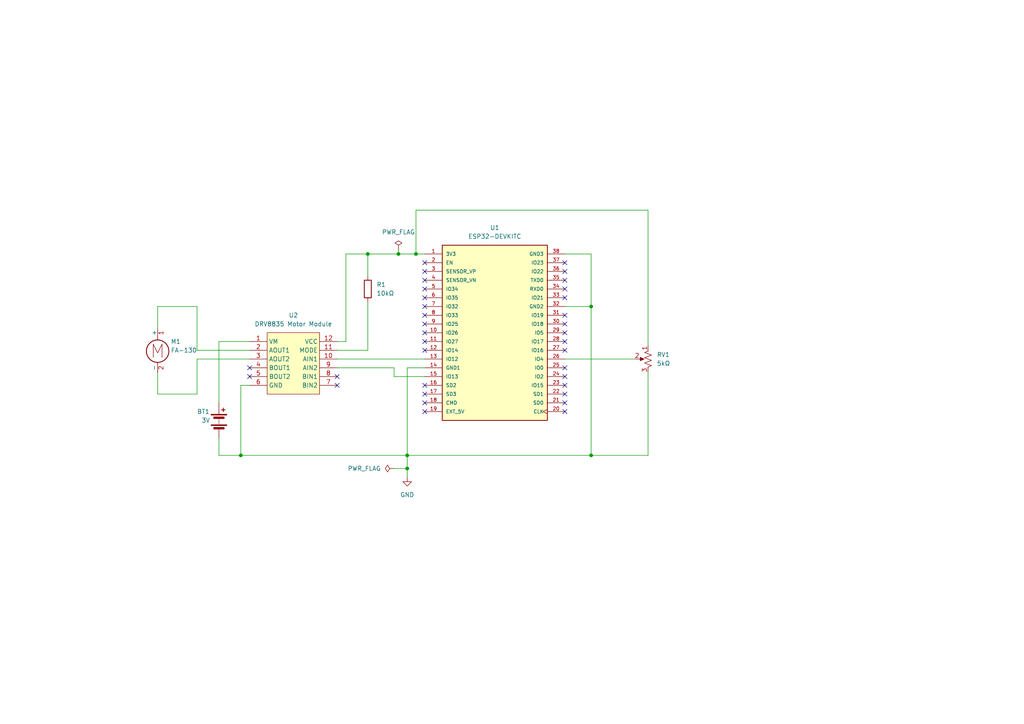
<source format=kicad_sch>
(kicad_sch (version 20230121) (generator eeschema)
  (paper "A4")
  (lib_symbols
    (symbol "Akizuki_Library:DRV8835-Module"
      (property "Reference" "U" (at 0 11.43 0))
      (property "Value" "DRV8835 Motor Module" (at 0 8.89 0))
      (symbol "DRV8835-Module_0_1"
        (rectangle (start 2.54 7.62) (end 2.54 7.62))
      )
      (symbol "DRV8835-Module_1_1"
        (rectangle (start -7.62 7.62) (end 7.62 -10.16) (fill (type background)))
        (pin power_in line (at -12.7 5.08 0) (length 5.08) (name "VM") (number "1"))
        (pin input line (at 12.7 0 180) (length 5.08) (name "AIN1") (number "10"))
        (pin input line (at 12.7 2.54 180) (length 5.08) (name "MODE") (number "11"))
        (pin power_in line (at 12.7 5.08 180) (length 5.08) (name "VCC") (number "12"))
        (pin output line (at -12.7 2.54 0) (length 5.08) (name "AOUT1") (number "2"))
        (pin output line (at -12.7 0 0) (length 5.08) (name "AOUT2") (number "3"))
        (pin output line (at -12.7 -2.54 0) (length 5.08) (name "BOUT1") (number "4"))
        (pin output line (at -12.7 -5.08 0) (length 5.08) (name "BOUT2") (number "5"))
        (pin power_in line (at -12.7 -7.62 0) (length 5.08) (name "GND") (number "6"))
        (pin input line (at 12.7 -7.62 180) (length 5.08) (name "BIN2") (number "7"))
        (pin input line (at 12.7 -5.08 180) (length 5.08) (name "BIN1") (number "8"))
        (pin input line (at 12.7 -2.54 180) (length 5.08) (name "AIN2") (number "9"))
      )
    )
    (symbol "Device:Battery" (pin_numbers hide) (pin_names (offset 0) hide)
      (property "Reference" "BT" (at 2.54 2.54 0))
      (property "Value" "Battery" (at 2.54 0 0))
      (symbol "Battery_0_1"
        (rectangle (start -2.286 -1.27) (end 2.286 -1.524) (fill (type outline)))
        (rectangle (start -2.286 1.778) (end 2.286 1.524) (fill (type outline)))
        (rectangle (start -1.524 -2.032) (end 1.524 -2.54) (fill (type outline)))
        (rectangle (start -1.524 1.016) (end 1.524 0.508) (fill (type outline)))
        (polyline (pts (xy 0 -1.016) (xy 0 -0.762)))
        (polyline (pts (xy 0 -0.508) (xy 0 -0.254)))
        (polyline (pts (xy 0 0) (xy 0 0.254)))
        (polyline (pts (xy 0 1.778) (xy 0 2.54)))
        (polyline (pts (xy 0.762 3.048) (xy 1.778 3.048)) (stroke (width 0.254)))
        (polyline (pts (xy 1.27 3.556) (xy 1.27 2.54)) (stroke (width 0.254)))
      )
      (symbol "Battery_1_1"
        (pin passive line (at 0 5.08 270) (length 2.54) (name "+") (number "1"))
        (pin passive line (at 0 -5.08 90) (length 2.54) (name "-") (number "2"))
      )
    )
    (symbol "Device:R" (pin_numbers hide) (pin_names (offset 0))
      (property "Reference" "R" (at 2.032 0 90))
      (property "Value" "R" (at 0 0 90))
      (symbol "R_0_1"
        (rectangle (start -1.016 -2.54) (end 1.016 2.54) (stroke (width 0.254)))
      )
      (symbol "R_1_1"
        (pin passive line (at 0 3.81 270) (length 1.27) (name "~") (number "1"))
        (pin passive line (at 0 -3.81 90) (length 1.27) (name "~") (number "2"))
      )
    )
    (symbol "Device:R_Potentiometer_US" (pin_names (offset 1.016) hide)
      (property "Reference" "RV" (at -4.445 0 90))
      (property "Value" "R_Potentiometer_US" (at -2.54 0 90))
      (symbol "R_Potentiometer_US_0_1"
        (polyline (pts (xy 0 -2.286) (xy 0 -2.54)))
        (polyline (pts (xy 0 2.54) (xy 0 2.286)))
        (polyline (pts (xy 2.54 0) (xy 1.524 0)))
        (polyline (pts (xy 1.143 0) (xy 2.286 0.508) (xy 2.286 -0.508) (xy 1.143 0)) (fill (type outline)))
        (polyline (pts (xy 0 -0.762) (xy 1.016 -1.143) (xy 0 -1.524) (xy -1.016 -1.905) (xy 0 -2.286)))
        (polyline (pts (xy 0 0.762) (xy 1.016 0.381) (xy 0 0) (xy -1.016 -0.381) (xy 0 -0.762)))
        (polyline (pts (xy 0 2.286) (xy 1.016 1.905) (xy 0 1.524) (xy -1.016 1.143) (xy 0 0.762)))
      )
      (symbol "R_Potentiometer_US_1_1"
        (pin passive line (at 0 3.81 270) (length 1.27) (name "1") (number "1"))
        (pin passive line (at 3.81 0 180) (length 1.27) (name "2") (number "2"))
        (pin passive line (at 0 -3.81 90) (length 1.27) (name "3") (number "3"))
      )
    )
    (symbol "ESP32-DEVKITC:ESP32-DEVKITC" (pin_names (offset 1.016))
      (property "Reference" "U" (at -15.2572 26.0643 0))
      (property "Value" "ESP32-DEVKITC" (at -15.2563 -27.9698 0))
      (symbol "ESP32-DEVKITC_0_0"
        (rectangle (start -15.24 -25.4) (end 15.24 25.4) (stroke (width 0.254)) (fill (type background)))
        (pin power_in line (at -20.32 22.86 0) (length 5.08) (name "3V3") (number "1"))
        (pin bidirectional line (at -20.32 0 0) (length 5.08) (name "IO26") (number "10"))
        (pin bidirectional line (at -20.32 -2.54 0) (length 5.08) (name "IO27") (number "11"))
        (pin bidirectional line (at -20.32 -5.08 0) (length 5.08) (name "IO14") (number "12"))
        (pin bidirectional line (at -20.32 -7.62 0) (length 5.08) (name "IO12") (number "13"))
        (pin power_in line (at -20.32 -10.16 0) (length 5.08) (name "GND1") (number "14"))
        (pin bidirectional line (at -20.32 -12.7 0) (length 5.08) (name "IO13") (number "15"))
        (pin bidirectional line (at -20.32 -15.24 0) (length 5.08) (name "SD2") (number "16"))
        (pin bidirectional line (at -20.32 -17.78 0) (length 5.08) (name "SD3") (number "17"))
        (pin bidirectional line (at -20.32 -20.32 0) (length 5.08) (name "CMD") (number "18"))
        (pin power_in line (at -20.32 -22.86 0) (length 5.08) (name "EXT_5V") (number "19"))
        (pin input line (at -20.32 20.32 0) (length 5.08) (name "EN") (number "2"))
        (pin input clock (at 20.32 -22.86 180) (length 5.08) (name "CLK") (number "20"))
        (pin bidirectional line (at 20.32 -20.32 180) (length 5.08) (name "SD0") (number "21"))
        (pin bidirectional line (at 20.32 -17.78 180) (length 5.08) (name "SD1") (number "22"))
        (pin bidirectional line (at 20.32 -15.24 180) (length 5.08) (name "IO15") (number "23"))
        (pin bidirectional line (at 20.32 -12.7 180) (length 5.08) (name "IO2") (number "24"))
        (pin bidirectional line (at 20.32 -10.16 180) (length 5.08) (name "IO0") (number "25"))
        (pin bidirectional line (at 20.32 -7.62 180) (length 5.08) (name "IO4") (number "26"))
        (pin bidirectional line (at 20.32 -5.08 180) (length 5.08) (name "IO16") (number "27"))
        (pin bidirectional line (at 20.32 -2.54 180) (length 5.08) (name "IO17") (number "28"))
        (pin bidirectional line (at 20.32 0 180) (length 5.08) (name "IO5") (number "29"))
        (pin input line (at -20.32 17.78 0) (length 5.08) (name "SENSOR_VP") (number "3"))
        (pin bidirectional line (at 20.32 2.54 180) (length 5.08) (name "IO18") (number "30"))
        (pin bidirectional line (at 20.32 5.08 180) (length 5.08) (name "IO19") (number "31"))
        (pin power_in line (at 20.32 7.62 180) (length 5.08) (name "GND2") (number "32"))
        (pin bidirectional line (at 20.32 10.16 180) (length 5.08) (name "IO21") (number "33"))
        (pin input line (at 20.32 12.7 180) (length 5.08) (name "RXD0") (number "34"))
        (pin output line (at 20.32 15.24 180) (length 5.08) (name "TXD0") (number "35"))
        (pin bidirectional line (at 20.32 17.78 180) (length 5.08) (name "IO22") (number "36"))
        (pin bidirectional line (at 20.32 20.32 180) (length 5.08) (name "IO23") (number "37"))
        (pin power_in line (at 20.32 22.86 180) (length 5.08) (name "GND3") (number "38"))
        (pin input line (at -20.32 15.24 0) (length 5.08) (name "SENSOR_VN") (number "4"))
        (pin bidirectional line (at -20.32 12.7 0) (length 5.08) (name "IO34") (number "5"))
        (pin bidirectional line (at -20.32 10.16 0) (length 5.08) (name "IO35") (number "6"))
        (pin bidirectional line (at -20.32 7.62 0) (length 5.08) (name "IO32") (number "7"))
        (pin bidirectional line (at -20.32 5.08 0) (length 5.08) (name "IO33") (number "8"))
        (pin bidirectional line (at -20.32 2.54 0) (length 5.08) (name "IO25") (number "9"))
      )
    )
    (symbol "Motor:Motor_DC" (pin_names (offset 0))
      (property "Reference" "M" (at 2.54 2.54 0))
      (property "Value" "Motor_DC" (at 2.54 -5.08 0))
      (symbol "Motor_DC_0_0"
        (polyline (pts (xy -1.27 -3.302) (xy -1.27 0.508) (xy 0 -2.032) (xy 1.27 0.508) (xy 1.27 -3.302)))
      )
      (symbol "Motor_DC_0_1"
        (circle (center 0 -1.524) (radius 3.2512) (stroke (width 0.254)))
        (polyline (pts (xy 0 -7.62) (xy 0 -7.112)))
        (polyline (pts (xy 0 -4.7752) (xy 0 -5.1816)))
        (polyline (pts (xy 0 1.7272) (xy 0 2.0828)))
        (polyline (pts (xy 0 2.032) (xy 0 2.54)))
      )
      (symbol "Motor_DC_1_1"
        (pin passive line (at 0 5.08 270) (length 2.54) (name "+") (number "1"))
        (pin passive line (at 0 -7.62 90) (length 2.54) (name "-") (number "2"))
      )
    )
    (symbol "power:GND" (power) (pin_names (offset 0))
      (property "Value" "GND" (at 0 -3.81 0))
      (symbol "GND_0_1"
        (polyline (pts (xy 0 0) (xy 0 -1.27) (xy 1.27 -1.27) (xy 0 -2.54) (xy -1.27 -1.27) (xy 0 -1.27)))
      )
      (symbol "GND_1_1"
        (pin power_in line (at 0 0 270) (length 0) hide (name "GND") (number "1"))
      )
    )
    (symbol "power:PWR_FLAG" (power) (pin_numbers hide) (pin_names (offset 0) hide)
      (property "Value" "PWR_FLAG" (at 0 3.81 0))
      (symbol "PWR_FLAG_0_0"
        (pin power_out line (at 0 0 90) (length 0) (name "pwr") (number "1"))
      )
      (symbol "PWR_FLAG_0_1"
        (polyline (pts (xy 0 0) (xy 0 1.27) (xy -1.016 1.905) (xy 0 2.54) (xy 1.016 1.905) (xy 0 1.27)))
      )
    )
  )
  (junction (at 171.45 132.08))
  (junction (at 120.65 73.66))
  (junction (at 171.45 88.9))
  (junction (at 115.57 73.66))
  (junction (at 106.68 73.66))
  (junction (at 118.11 135.89))
  (junction (at 69.85 132.08))
  (junction (at 118.11 132.08))
  (no_connect (at 123.19 83.82))
  (no_connect (at 123.19 116.84))
  (no_connect (at 97.79 111.76))
  (no_connect (at 123.19 81.28))
  (no_connect (at 123.19 111.76))
  (no_connect (at 163.83 119.38))
  (no_connect (at 163.83 101.6))
  (no_connect (at 123.19 91.44))
  (no_connect (at 163.83 109.22))
  (no_connect (at 163.83 86.36))
  (no_connect (at 163.83 93.98))
  (no_connect (at 163.83 91.44))
  (no_connect (at 72.39 109.22))
  (no_connect (at 163.83 81.28))
  (no_connect (at 163.83 99.06))
  (no_connect (at 163.83 106.68))
  (no_connect (at 123.19 78.74))
  (no_connect (at 123.19 88.9))
  (no_connect (at 123.19 119.38))
  (no_connect (at 163.83 96.52))
  (no_connect (at 163.83 116.84))
  (no_connect (at 163.83 111.76))
  (no_connect (at 97.79 109.22))
  (no_connect (at 163.83 78.74))
  (no_connect (at 123.19 86.36))
  (no_connect (at 123.19 101.6))
  (no_connect (at 72.39 106.68))
  (no_connect (at 123.19 96.52))
  (no_connect (at 123.19 93.98))
  (no_connect (at 163.83 83.82))
  (no_connect (at 163.83 114.3))
  (no_connect (at 123.19 76.2))
  (no_connect (at 123.19 99.06))
  (no_connect (at 123.19 114.3))
  (no_connect (at 163.83 76.2))
  (wire (pts (xy 57.15 101.6) (xy 57.15 88.9)))
  (wire (pts (xy 163.83 104.14) (xy 184.15 104.14)))
  (wire (pts (xy 57.15 104.14) (xy 57.15 114.3)))
  (wire (pts (xy 106.68 73.66) (xy 115.57 73.66)))
  (wire (pts (xy 72.39 101.6) (xy 57.15 101.6)))
  (wire (pts (xy 97.79 101.6) (xy 106.68 101.6)))
  (wire (pts (xy 57.15 114.3) (xy 45.72 114.3)))
  (wire (pts (xy 171.45 88.9) (xy 171.45 132.08)))
  (wire (pts (xy 114.3 106.68) (xy 114.3 109.22)))
  (wire (pts (xy 106.68 73.66) (xy 106.68 80.01)))
  (wire (pts (xy 118.11 106.68) (xy 118.11 132.08)))
  (wire (pts (xy 100.33 73.66) (xy 106.68 73.66)))
  (wire (pts (xy 114.3 135.89) (xy 118.11 135.89)))
  (wire (pts (xy 118.11 132.08) (xy 118.11 135.89)))
  (wire (pts (xy 97.79 104.14) (xy 123.19 104.14)))
  (wire (pts (xy 163.83 73.66) (xy 171.45 73.66)))
  (wire (pts (xy 45.72 114.3) (xy 45.72 107.95)))
  (wire (pts (xy 97.79 99.06) (xy 100.33 99.06)))
  (wire (pts (xy 63.5 127) (xy 63.5 132.08)))
  (wire (pts (xy 72.39 99.06) (xy 63.5 99.06)))
  (wire (pts (xy 72.39 111.76) (xy 69.85 111.76)))
  (wire (pts (xy 69.85 132.08) (xy 118.11 132.08)))
  (wire (pts (xy 106.68 101.6) (xy 106.68 87.63)))
  (wire (pts (xy 123.19 106.68) (xy 118.11 106.68)))
  (wire (pts (xy 187.96 60.96) (xy 187.96 100.33)))
  (wire (pts (xy 171.45 73.66) (xy 171.45 88.9)))
  (wire (pts (xy 115.57 72.39) (xy 115.57 73.66)))
  (wire (pts (xy 120.65 73.66) (xy 120.65 60.96)))
  (wire (pts (xy 100.33 99.06) (xy 100.33 73.66)))
  (wire (pts (xy 118.11 135.89) (xy 118.11 138.43)))
  (wire (pts (xy 114.3 109.22) (xy 123.19 109.22)))
  (wire (pts (xy 57.15 88.9) (xy 45.72 88.9)))
  (wire (pts (xy 187.96 107.95) (xy 187.96 132.08)))
  (wire (pts (xy 97.79 106.68) (xy 114.3 106.68)))
  (wire (pts (xy 187.96 132.08) (xy 171.45 132.08)))
  (wire (pts (xy 120.65 60.96) (xy 187.96 60.96)))
  (wire (pts (xy 63.5 99.06) (xy 63.5 116.84)))
  (wire (pts (xy 120.65 73.66) (xy 123.19 73.66)))
  (wire (pts (xy 163.83 88.9) (xy 171.45 88.9)))
  (wire (pts (xy 69.85 111.76) (xy 69.85 132.08)))
  (wire (pts (xy 72.39 104.14) (xy 57.15 104.14)))
  (wire (pts (xy 171.45 132.08) (xy 118.11 132.08)))
  (wire (pts (xy 45.72 88.9) (xy 45.72 95.25)))
  (wire (pts (xy 115.57 73.66) (xy 120.65 73.66)))
  (wire (pts (xy 63.5 132.08) (xy 69.85 132.08)))
  (symbol (lib_id "Device:R") (at 106.68 83.82 0) (unit 1)
    (property "Reference" "R1" (at 109.22 82.55 0) (effects (justify left)))
    (property "Value" "10kΩ" (at 109.22 85.09 0) (effects (justify left)))
  )
  (symbol (lib_id "Akizuki_Library:DRV8835-Module") (at 85.09 104.14 0) (unit 1)
    (property "Reference" "U2" (at 85.09 91.44 0))
    (property "Value" "DRV8835 Motor Module" (at 85.09 93.98 0))
    (property "Footprint" "Akizuki_Library:DRV8835-Module" (effects hide))
    (property "Datasheet" "https://akizukidenshi.com/catalog/g/gK-09848/" (effects hide))
  )
  (symbol (lib_id "Motor:Motor_DC") (at 45.72 100.33 0) (unit 1)
    (property "Reference" "M1" (at 49.53 99.06 0) (effects (justify left)))
    (property "Value" "FA-130" (at 49.53 101.6 0) (effects (justify left)))
  )
  (symbol (lib_id "power:PWR_FLAG") (at 114.3 135.89 90) (unit 1)
    (property "Reference" "#FLG02" (effects hide))
    (property "Value" "PWR_FLAG" (at 110.49 135.89 90) (effects (justify left)))
  )
  (symbol (lib_id "power:GND") (at 118.11 138.43 0) (unit 1)
    (property "Reference" "#PWR01" (effects hide))
    (property "Value" "GND" (at 118.11 143.51 0))
  )
  (symbol (lib_id "power:PWR_FLAG") (at 115.57 72.39 0) (unit 1)
    (property "Reference" "#FLG01" (effects hide))
    (property "Value" "PWR_FLAG" (at 115.57 67.31 0))
  )
  (symbol (lib_id "ESP32-DEVKITC:ESP32-DEVKITC") (at 143.51 96.52 0) (unit 1)
    (property "Reference" "U1" (at 143.51 66.04 0))
    (property "Value" "ESP32-DEVKITC" (at 143.51 68.58 0))
    (property "Footprint" "ESP32-DEVKITC:MODULE_ESP32-DEVKITC" (effects hide))
    (property "MF" "Espressif Systems" (effects hide))
    (property "Description" "\nESP32-WROOM-32UE シリーズ トランシーバー; 802.11 b/g/n (Wi-Fi、WiFi、WLAN)、Bluetooth ® Smart Ready 4.x デュアルモード評価ボード\n" (effects hide))
    (property "Package" "None" (effects hide))
    (property "Price" "None" (effects hide))
    (property "Check_prices" "https://www.snapeda.com/parts/ESP32-DEVKITC/Espressif+Systems/view-part/?ref=eda" (effects hide))
    (property "STANDARD" "Manufacturer Recommendations" (effects hide))
    (property "PARTREV" "N/A" (effects hide))
    (property "SnapEDA_Link" "https://www.snapeda.com/parts/ESP32-DEVKITC/Espressif+Systems/view-part/?ref=snap" (effects hide))
    (property "MP" "ESP32-DEVKITC" (effects hide))
    (property "Availability" "In Stock" (effects hide))
    (property "MANUFACTURER" "ESPRESSIF" (effects hide))
  )
  (symbol (lib_id "Device:Battery") (at 63.5 121.92 0) (unit 1)
    (property "Reference" "BT1" (at 57.15 119.38 0) (effects (justify left)))
    (property "Value" "3V" (at 58.42 121.92 0) (effects (justify left)))
  )
  (symbol (lib_id "Device:R_Potentiometer_US") (at 187.96 104.14 0) (mirror y) (unit 1)
    (property "Reference" "RV1" (at 190.5 102.87 0) (effects (justify right)))
    (property "Value" "5kΩ" (at 190.5 105.41 0) (effects (justify right)))
  )
)
</source>
